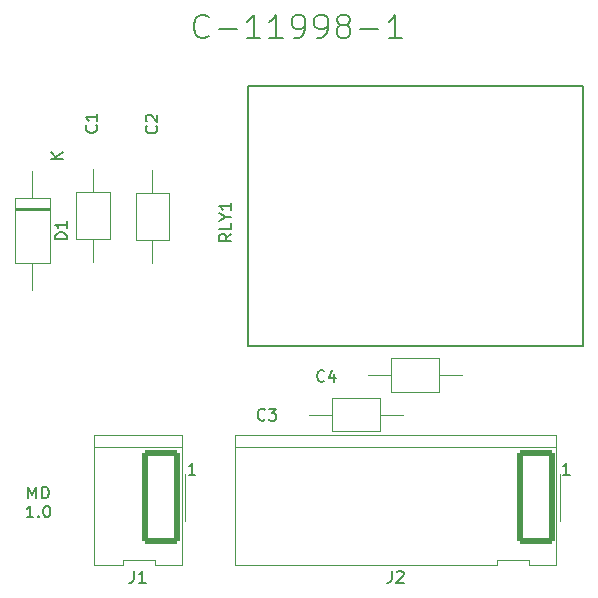
<source format=gto>
%TF.GenerationSoftware,KiCad,Pcbnew,7.0.10-7.0.10~ubuntu22.04.1*%
%TF.CreationDate,2024-01-16T19:58:32-05:00*%
%TF.ProjectId,sys11-c11998-relay,73797331-312d-4633-9131-3939382d7265,1.0*%
%TF.SameCoordinates,Original*%
%TF.FileFunction,Legend,Top*%
%TF.FilePolarity,Positive*%
%FSLAX46Y46*%
G04 Gerber Fmt 4.6, Leading zero omitted, Abs format (unit mm)*
G04 Created by KiCad (PCBNEW 7.0.10-7.0.10~ubuntu22.04.1) date 2024-01-16 19:58:32*
%MOMM*%
%LPD*%
G01*
G04 APERTURE LIST*
G04 Aperture macros list*
%AMRoundRect*
0 Rectangle with rounded corners*
0 $1 Rounding radius*
0 $2 $3 $4 $5 $6 $7 $8 $9 X,Y pos of 4 corners*
0 Add a 4 corners polygon primitive as box body*
4,1,4,$2,$3,$4,$5,$6,$7,$8,$9,$2,$3,0*
0 Add four circle primitives for the rounded corners*
1,1,$1+$1,$2,$3*
1,1,$1+$1,$4,$5*
1,1,$1+$1,$6,$7*
1,1,$1+$1,$8,$9*
0 Add four rect primitives between the rounded corners*
20,1,$1+$1,$2,$3,$4,$5,0*
20,1,$1+$1,$4,$5,$6,$7,0*
20,1,$1+$1,$6,$7,$8,$9,0*
20,1,$1+$1,$8,$9,$2,$3,0*%
G04 Aperture macros list end*
%ADD10C,0.150000*%
%ADD11C,0.120000*%
%ADD12C,0.152400*%
%ADD13C,3.200000*%
%ADD14C,1.600000*%
%ADD15O,1.600000X1.600000*%
%ADD16O,3.160000X5.000000*%
%ADD17RoundRect,0.250000X1.330000X3.750000X-1.330000X3.750000X-1.330000X-3.750000X1.330000X-3.750000X0*%
%ADD18O,3.160000X8.000000*%
%ADD19R,2.200000X2.200000*%
%ADD20O,2.200000X2.200000*%
G04 APERTURE END LIST*
D10*
X119700731Y-104331961D02*
X119605493Y-104427200D01*
X119605493Y-104427200D02*
X119319779Y-104522438D01*
X119319779Y-104522438D02*
X119129303Y-104522438D01*
X119129303Y-104522438D02*
X118843588Y-104427200D01*
X118843588Y-104427200D02*
X118653112Y-104236723D01*
X118653112Y-104236723D02*
X118557874Y-104046247D01*
X118557874Y-104046247D02*
X118462636Y-103665295D01*
X118462636Y-103665295D02*
X118462636Y-103379580D01*
X118462636Y-103379580D02*
X118557874Y-102998628D01*
X118557874Y-102998628D02*
X118653112Y-102808152D01*
X118653112Y-102808152D02*
X118843588Y-102617676D01*
X118843588Y-102617676D02*
X119129303Y-102522438D01*
X119129303Y-102522438D02*
X119319779Y-102522438D01*
X119319779Y-102522438D02*
X119605493Y-102617676D01*
X119605493Y-102617676D02*
X119700731Y-102712914D01*
X120557874Y-103760533D02*
X122081684Y-103760533D01*
X124081683Y-104522438D02*
X122938826Y-104522438D01*
X123510254Y-104522438D02*
X123510254Y-102522438D01*
X123510254Y-102522438D02*
X123319778Y-102808152D01*
X123319778Y-102808152D02*
X123129302Y-102998628D01*
X123129302Y-102998628D02*
X122938826Y-103093866D01*
X125986445Y-104522438D02*
X124843588Y-104522438D01*
X125415016Y-104522438D02*
X125415016Y-102522438D01*
X125415016Y-102522438D02*
X125224540Y-102808152D01*
X125224540Y-102808152D02*
X125034064Y-102998628D01*
X125034064Y-102998628D02*
X124843588Y-103093866D01*
X126938826Y-104522438D02*
X127319778Y-104522438D01*
X127319778Y-104522438D02*
X127510255Y-104427200D01*
X127510255Y-104427200D02*
X127605493Y-104331961D01*
X127605493Y-104331961D02*
X127795969Y-104046247D01*
X127795969Y-104046247D02*
X127891207Y-103665295D01*
X127891207Y-103665295D02*
X127891207Y-102903390D01*
X127891207Y-102903390D02*
X127795969Y-102712914D01*
X127795969Y-102712914D02*
X127700731Y-102617676D01*
X127700731Y-102617676D02*
X127510255Y-102522438D01*
X127510255Y-102522438D02*
X127129302Y-102522438D01*
X127129302Y-102522438D02*
X126938826Y-102617676D01*
X126938826Y-102617676D02*
X126843588Y-102712914D01*
X126843588Y-102712914D02*
X126748350Y-102903390D01*
X126748350Y-102903390D02*
X126748350Y-103379580D01*
X126748350Y-103379580D02*
X126843588Y-103570057D01*
X126843588Y-103570057D02*
X126938826Y-103665295D01*
X126938826Y-103665295D02*
X127129302Y-103760533D01*
X127129302Y-103760533D02*
X127510255Y-103760533D01*
X127510255Y-103760533D02*
X127700731Y-103665295D01*
X127700731Y-103665295D02*
X127795969Y-103570057D01*
X127795969Y-103570057D02*
X127891207Y-103379580D01*
X128843588Y-104522438D02*
X129224540Y-104522438D01*
X129224540Y-104522438D02*
X129415017Y-104427200D01*
X129415017Y-104427200D02*
X129510255Y-104331961D01*
X129510255Y-104331961D02*
X129700731Y-104046247D01*
X129700731Y-104046247D02*
X129795969Y-103665295D01*
X129795969Y-103665295D02*
X129795969Y-102903390D01*
X129795969Y-102903390D02*
X129700731Y-102712914D01*
X129700731Y-102712914D02*
X129605493Y-102617676D01*
X129605493Y-102617676D02*
X129415017Y-102522438D01*
X129415017Y-102522438D02*
X129034064Y-102522438D01*
X129034064Y-102522438D02*
X128843588Y-102617676D01*
X128843588Y-102617676D02*
X128748350Y-102712914D01*
X128748350Y-102712914D02*
X128653112Y-102903390D01*
X128653112Y-102903390D02*
X128653112Y-103379580D01*
X128653112Y-103379580D02*
X128748350Y-103570057D01*
X128748350Y-103570057D02*
X128843588Y-103665295D01*
X128843588Y-103665295D02*
X129034064Y-103760533D01*
X129034064Y-103760533D02*
X129415017Y-103760533D01*
X129415017Y-103760533D02*
X129605493Y-103665295D01*
X129605493Y-103665295D02*
X129700731Y-103570057D01*
X129700731Y-103570057D02*
X129795969Y-103379580D01*
X130938826Y-103379580D02*
X130748350Y-103284342D01*
X130748350Y-103284342D02*
X130653112Y-103189104D01*
X130653112Y-103189104D02*
X130557874Y-102998628D01*
X130557874Y-102998628D02*
X130557874Y-102903390D01*
X130557874Y-102903390D02*
X130653112Y-102712914D01*
X130653112Y-102712914D02*
X130748350Y-102617676D01*
X130748350Y-102617676D02*
X130938826Y-102522438D01*
X130938826Y-102522438D02*
X131319779Y-102522438D01*
X131319779Y-102522438D02*
X131510255Y-102617676D01*
X131510255Y-102617676D02*
X131605493Y-102712914D01*
X131605493Y-102712914D02*
X131700731Y-102903390D01*
X131700731Y-102903390D02*
X131700731Y-102998628D01*
X131700731Y-102998628D02*
X131605493Y-103189104D01*
X131605493Y-103189104D02*
X131510255Y-103284342D01*
X131510255Y-103284342D02*
X131319779Y-103379580D01*
X131319779Y-103379580D02*
X130938826Y-103379580D01*
X130938826Y-103379580D02*
X130748350Y-103474819D01*
X130748350Y-103474819D02*
X130653112Y-103570057D01*
X130653112Y-103570057D02*
X130557874Y-103760533D01*
X130557874Y-103760533D02*
X130557874Y-104141485D01*
X130557874Y-104141485D02*
X130653112Y-104331961D01*
X130653112Y-104331961D02*
X130748350Y-104427200D01*
X130748350Y-104427200D02*
X130938826Y-104522438D01*
X130938826Y-104522438D02*
X131319779Y-104522438D01*
X131319779Y-104522438D02*
X131510255Y-104427200D01*
X131510255Y-104427200D02*
X131605493Y-104331961D01*
X131605493Y-104331961D02*
X131700731Y-104141485D01*
X131700731Y-104141485D02*
X131700731Y-103760533D01*
X131700731Y-103760533D02*
X131605493Y-103570057D01*
X131605493Y-103570057D02*
X131510255Y-103474819D01*
X131510255Y-103474819D02*
X131319779Y-103379580D01*
X132557874Y-103760533D02*
X134081684Y-103760533D01*
X136081683Y-104522438D02*
X134938826Y-104522438D01*
X135510254Y-104522438D02*
X135510254Y-102522438D01*
X135510254Y-102522438D02*
X135319778Y-102808152D01*
X135319778Y-102808152D02*
X135129302Y-102998628D01*
X135129302Y-102998628D02*
X134938826Y-103093866D01*
X118588188Y-141456019D02*
X118016760Y-141456019D01*
X118302474Y-141456019D02*
X118302474Y-140456019D01*
X118302474Y-140456019D02*
X118207236Y-140598876D01*
X118207236Y-140598876D02*
X118111998Y-140694114D01*
X118111998Y-140694114D02*
X118016760Y-140741733D01*
X104449667Y-143471619D02*
X104449667Y-142471619D01*
X104449667Y-142471619D02*
X104783000Y-143185904D01*
X104783000Y-143185904D02*
X105116333Y-142471619D01*
X105116333Y-142471619D02*
X105116333Y-143471619D01*
X105592524Y-143471619D02*
X105592524Y-142471619D01*
X105592524Y-142471619D02*
X105830619Y-142471619D01*
X105830619Y-142471619D02*
X105973476Y-142519238D01*
X105973476Y-142519238D02*
X106068714Y-142614476D01*
X106068714Y-142614476D02*
X106116333Y-142709714D01*
X106116333Y-142709714D02*
X106163952Y-142900190D01*
X106163952Y-142900190D02*
X106163952Y-143043047D01*
X106163952Y-143043047D02*
X106116333Y-143233523D01*
X106116333Y-143233523D02*
X106068714Y-143328761D01*
X106068714Y-143328761D02*
X105973476Y-143424000D01*
X105973476Y-143424000D02*
X105830619Y-143471619D01*
X105830619Y-143471619D02*
X105592524Y-143471619D01*
X104854428Y-145081619D02*
X104283000Y-145081619D01*
X104568714Y-145081619D02*
X104568714Y-144081619D01*
X104568714Y-144081619D02*
X104473476Y-144224476D01*
X104473476Y-144224476D02*
X104378238Y-144319714D01*
X104378238Y-144319714D02*
X104283000Y-144367333D01*
X105283000Y-144986380D02*
X105330619Y-145034000D01*
X105330619Y-145034000D02*
X105283000Y-145081619D01*
X105283000Y-145081619D02*
X105235381Y-145034000D01*
X105235381Y-145034000D02*
X105283000Y-144986380D01*
X105283000Y-144986380D02*
X105283000Y-145081619D01*
X105949666Y-144081619D02*
X106044904Y-144081619D01*
X106044904Y-144081619D02*
X106140142Y-144129238D01*
X106140142Y-144129238D02*
X106187761Y-144176857D01*
X106187761Y-144176857D02*
X106235380Y-144272095D01*
X106235380Y-144272095D02*
X106282999Y-144462571D01*
X106282999Y-144462571D02*
X106282999Y-144700666D01*
X106282999Y-144700666D02*
X106235380Y-144891142D01*
X106235380Y-144891142D02*
X106187761Y-144986380D01*
X106187761Y-144986380D02*
X106140142Y-145034000D01*
X106140142Y-145034000D02*
X106044904Y-145081619D01*
X106044904Y-145081619D02*
X105949666Y-145081619D01*
X105949666Y-145081619D02*
X105854428Y-145034000D01*
X105854428Y-145034000D02*
X105806809Y-144986380D01*
X105806809Y-144986380D02*
X105759190Y-144891142D01*
X105759190Y-144891142D02*
X105711571Y-144700666D01*
X105711571Y-144700666D02*
X105711571Y-144462571D01*
X105711571Y-144462571D02*
X105759190Y-144272095D01*
X105759190Y-144272095D02*
X105806809Y-144176857D01*
X105806809Y-144176857D02*
X105854428Y-144129238D01*
X105854428Y-144129238D02*
X105949666Y-144081619D01*
X150282188Y-141456019D02*
X149710760Y-141456019D01*
X149996474Y-141456019D02*
X149996474Y-140456019D01*
X149996474Y-140456019D02*
X149901236Y-140598876D01*
X149901236Y-140598876D02*
X149805998Y-140694114D01*
X149805998Y-140694114D02*
X149710760Y-140741733D01*
X115269180Y-111926666D02*
X115316800Y-111974285D01*
X115316800Y-111974285D02*
X115364419Y-112117142D01*
X115364419Y-112117142D02*
X115364419Y-112212380D01*
X115364419Y-112212380D02*
X115316800Y-112355237D01*
X115316800Y-112355237D02*
X115221561Y-112450475D01*
X115221561Y-112450475D02*
X115126323Y-112498094D01*
X115126323Y-112498094D02*
X114935847Y-112545713D01*
X114935847Y-112545713D02*
X114792990Y-112545713D01*
X114792990Y-112545713D02*
X114602514Y-112498094D01*
X114602514Y-112498094D02*
X114507276Y-112450475D01*
X114507276Y-112450475D02*
X114412038Y-112355237D01*
X114412038Y-112355237D02*
X114364419Y-112212380D01*
X114364419Y-112212380D02*
X114364419Y-112117142D01*
X114364419Y-112117142D02*
X114412038Y-111974285D01*
X114412038Y-111974285D02*
X114459657Y-111926666D01*
X114459657Y-111545713D02*
X114412038Y-111498094D01*
X114412038Y-111498094D02*
X114364419Y-111402856D01*
X114364419Y-111402856D02*
X114364419Y-111164761D01*
X114364419Y-111164761D02*
X114412038Y-111069523D01*
X114412038Y-111069523D02*
X114459657Y-111021904D01*
X114459657Y-111021904D02*
X114554895Y-110974285D01*
X114554895Y-110974285D02*
X114650133Y-110974285D01*
X114650133Y-110974285D02*
X114792990Y-111021904D01*
X114792990Y-111021904D02*
X115364419Y-111593332D01*
X115364419Y-111593332D02*
X115364419Y-110974285D01*
X121612819Y-121065800D02*
X121136628Y-121399133D01*
X121612819Y-121637228D02*
X120612819Y-121637228D01*
X120612819Y-121637228D02*
X120612819Y-121256276D01*
X120612819Y-121256276D02*
X120660438Y-121161038D01*
X120660438Y-121161038D02*
X120708057Y-121113419D01*
X120708057Y-121113419D02*
X120803295Y-121065800D01*
X120803295Y-121065800D02*
X120946152Y-121065800D01*
X120946152Y-121065800D02*
X121041390Y-121113419D01*
X121041390Y-121113419D02*
X121089009Y-121161038D01*
X121089009Y-121161038D02*
X121136628Y-121256276D01*
X121136628Y-121256276D02*
X121136628Y-121637228D01*
X121612819Y-120161038D02*
X121612819Y-120637228D01*
X121612819Y-120637228D02*
X120612819Y-120637228D01*
X121136628Y-119637228D02*
X121612819Y-119637228D01*
X120612819Y-119970561D02*
X121136628Y-119637228D01*
X121136628Y-119637228D02*
X120612819Y-119303895D01*
X121612819Y-118446752D02*
X121612819Y-119018180D01*
X121612819Y-118732466D02*
X120612819Y-118732466D01*
X120612819Y-118732466D02*
X120755676Y-118827704D01*
X120755676Y-118827704D02*
X120850914Y-118922942D01*
X120850914Y-118922942D02*
X120898533Y-119018180D01*
X113382466Y-149616019D02*
X113382466Y-150330304D01*
X113382466Y-150330304D02*
X113334847Y-150473161D01*
X113334847Y-150473161D02*
X113239609Y-150568400D01*
X113239609Y-150568400D02*
X113096752Y-150616019D01*
X113096752Y-150616019D02*
X113001514Y-150616019D01*
X114382466Y-150616019D02*
X113811038Y-150616019D01*
X114096752Y-150616019D02*
X114096752Y-149616019D01*
X114096752Y-149616019D02*
X114001514Y-149758876D01*
X114001514Y-149758876D02*
X113906276Y-149854114D01*
X113906276Y-149854114D02*
X113811038Y-149901733D01*
X107699819Y-121515094D02*
X106699819Y-121515094D01*
X106699819Y-121515094D02*
X106699819Y-121276999D01*
X106699819Y-121276999D02*
X106747438Y-121134142D01*
X106747438Y-121134142D02*
X106842676Y-121038904D01*
X106842676Y-121038904D02*
X106937914Y-120991285D01*
X106937914Y-120991285D02*
X107128390Y-120943666D01*
X107128390Y-120943666D02*
X107271247Y-120943666D01*
X107271247Y-120943666D02*
X107461723Y-120991285D01*
X107461723Y-120991285D02*
X107556961Y-121038904D01*
X107556961Y-121038904D02*
X107652200Y-121134142D01*
X107652200Y-121134142D02*
X107699819Y-121276999D01*
X107699819Y-121276999D02*
X107699819Y-121515094D01*
X107699819Y-119991285D02*
X107699819Y-120562713D01*
X107699819Y-120276999D02*
X106699819Y-120276999D01*
X106699819Y-120276999D02*
X106842676Y-120372237D01*
X106842676Y-120372237D02*
X106937914Y-120467475D01*
X106937914Y-120467475D02*
X106985533Y-120562713D01*
X107329819Y-114688904D02*
X106329819Y-114688904D01*
X107329819Y-114117476D02*
X106758390Y-114546047D01*
X106329819Y-114117476D02*
X106901247Y-114688904D01*
X135205866Y-149612419D02*
X135205866Y-150326704D01*
X135205866Y-150326704D02*
X135158247Y-150469561D01*
X135158247Y-150469561D02*
X135063009Y-150564800D01*
X135063009Y-150564800D02*
X134920152Y-150612419D01*
X134920152Y-150612419D02*
X134824914Y-150612419D01*
X135634438Y-149707657D02*
X135682057Y-149660038D01*
X135682057Y-149660038D02*
X135777295Y-149612419D01*
X135777295Y-149612419D02*
X136015390Y-149612419D01*
X136015390Y-149612419D02*
X136110628Y-149660038D01*
X136110628Y-149660038D02*
X136158247Y-149707657D01*
X136158247Y-149707657D02*
X136205866Y-149802895D01*
X136205866Y-149802895D02*
X136205866Y-149898133D01*
X136205866Y-149898133D02*
X136158247Y-150040990D01*
X136158247Y-150040990D02*
X135586819Y-150612419D01*
X135586819Y-150612419D02*
X136205866Y-150612419D01*
X110189180Y-111875866D02*
X110236800Y-111923485D01*
X110236800Y-111923485D02*
X110284419Y-112066342D01*
X110284419Y-112066342D02*
X110284419Y-112161580D01*
X110284419Y-112161580D02*
X110236800Y-112304437D01*
X110236800Y-112304437D02*
X110141561Y-112399675D01*
X110141561Y-112399675D02*
X110046323Y-112447294D01*
X110046323Y-112447294D02*
X109855847Y-112494913D01*
X109855847Y-112494913D02*
X109712990Y-112494913D01*
X109712990Y-112494913D02*
X109522514Y-112447294D01*
X109522514Y-112447294D02*
X109427276Y-112399675D01*
X109427276Y-112399675D02*
X109332038Y-112304437D01*
X109332038Y-112304437D02*
X109284419Y-112161580D01*
X109284419Y-112161580D02*
X109284419Y-112066342D01*
X109284419Y-112066342D02*
X109332038Y-111923485D01*
X109332038Y-111923485D02*
X109379657Y-111875866D01*
X110284419Y-110923485D02*
X110284419Y-111494913D01*
X110284419Y-111209199D02*
X109284419Y-111209199D01*
X109284419Y-111209199D02*
X109427276Y-111304437D01*
X109427276Y-111304437D02*
X109522514Y-111399675D01*
X109522514Y-111399675D02*
X109570133Y-111494913D01*
X129500333Y-133506380D02*
X129452714Y-133554000D01*
X129452714Y-133554000D02*
X129309857Y-133601619D01*
X129309857Y-133601619D02*
X129214619Y-133601619D01*
X129214619Y-133601619D02*
X129071762Y-133554000D01*
X129071762Y-133554000D02*
X128976524Y-133458761D01*
X128976524Y-133458761D02*
X128928905Y-133363523D01*
X128928905Y-133363523D02*
X128881286Y-133173047D01*
X128881286Y-133173047D02*
X128881286Y-133030190D01*
X128881286Y-133030190D02*
X128928905Y-132839714D01*
X128928905Y-132839714D02*
X128976524Y-132744476D01*
X128976524Y-132744476D02*
X129071762Y-132649238D01*
X129071762Y-132649238D02*
X129214619Y-132601619D01*
X129214619Y-132601619D02*
X129309857Y-132601619D01*
X129309857Y-132601619D02*
X129452714Y-132649238D01*
X129452714Y-132649238D02*
X129500333Y-132696857D01*
X130357476Y-132934952D02*
X130357476Y-133601619D01*
X130119381Y-132554000D02*
X129881286Y-133268285D01*
X129881286Y-133268285D02*
X130500333Y-133268285D01*
X124471133Y-136782980D02*
X124423514Y-136830600D01*
X124423514Y-136830600D02*
X124280657Y-136878219D01*
X124280657Y-136878219D02*
X124185419Y-136878219D01*
X124185419Y-136878219D02*
X124042562Y-136830600D01*
X124042562Y-136830600D02*
X123947324Y-136735361D01*
X123947324Y-136735361D02*
X123899705Y-136640123D01*
X123899705Y-136640123D02*
X123852086Y-136449647D01*
X123852086Y-136449647D02*
X123852086Y-136306790D01*
X123852086Y-136306790D02*
X123899705Y-136116314D01*
X123899705Y-136116314D02*
X123947324Y-136021076D01*
X123947324Y-136021076D02*
X124042562Y-135925838D01*
X124042562Y-135925838D02*
X124185419Y-135878219D01*
X124185419Y-135878219D02*
X124280657Y-135878219D01*
X124280657Y-135878219D02*
X124423514Y-135925838D01*
X124423514Y-135925838D02*
X124471133Y-135973457D01*
X124804467Y-135878219D02*
X125423514Y-135878219D01*
X125423514Y-135878219D02*
X125090181Y-136259171D01*
X125090181Y-136259171D02*
X125233038Y-136259171D01*
X125233038Y-136259171D02*
X125328276Y-136306790D01*
X125328276Y-136306790D02*
X125375895Y-136354409D01*
X125375895Y-136354409D02*
X125423514Y-136449647D01*
X125423514Y-136449647D02*
X125423514Y-136687742D01*
X125423514Y-136687742D02*
X125375895Y-136782980D01*
X125375895Y-136782980D02*
X125328276Y-136830600D01*
X125328276Y-136830600D02*
X125233038Y-136878219D01*
X125233038Y-136878219D02*
X124947324Y-136878219D01*
X124947324Y-136878219D02*
X124852086Y-136830600D01*
X124852086Y-136830600D02*
X124804467Y-136782980D01*
D11*
%TO.C,C2*%
X114935000Y-123547000D02*
X114935000Y-121607000D01*
X113515000Y-121607000D02*
X116355000Y-121607000D01*
X116355000Y-121607000D02*
X116355000Y-117567000D01*
X113515000Y-117567000D02*
X113515000Y-121607000D01*
X116355000Y-117567000D02*
X113515000Y-117567000D01*
X114935000Y-115627000D02*
X114935000Y-117567000D01*
D12*
%TO.C,RLY1*%
X122999500Y-130530600D02*
X151422100Y-130530600D01*
X151422100Y-130530600D02*
X151422100Y-108585000D01*
X122999500Y-108585000D02*
X122999500Y-130530600D01*
X151422100Y-108585000D02*
X122999500Y-108585000D01*
D11*
%TO.C,J1*%
X117695800Y-145361200D02*
X117695800Y-141361200D01*
X117405800Y-149071200D02*
X115125800Y-149071200D01*
X117405800Y-139101200D02*
X117405800Y-149071200D01*
X117405800Y-139101200D02*
X110025800Y-139101200D01*
X117405800Y-138101200D02*
X117405800Y-139101200D01*
X115125800Y-149071200D02*
X115125800Y-148671200D01*
X115125800Y-148671200D02*
X112425800Y-148671200D01*
X112425800Y-149071200D02*
X110025800Y-149071200D01*
X112425800Y-148671200D02*
X112425800Y-149071200D01*
X110025800Y-149071200D02*
X110025800Y-138101200D01*
X110025800Y-138101200D02*
X117405800Y-138101200D01*
%TO.C,D1*%
X104775000Y-115767000D02*
X104775000Y-118057000D01*
X106245000Y-118057000D02*
X103305000Y-118057000D01*
X103305000Y-118057000D02*
X103305000Y-123497000D01*
X106245000Y-118837000D02*
X103305000Y-118837000D01*
X106245000Y-118957000D02*
X103305000Y-118957000D01*
X106245000Y-119077000D02*
X103305000Y-119077000D01*
X106245000Y-123497000D02*
X106245000Y-118057000D01*
X103305000Y-123497000D02*
X106245000Y-123497000D01*
X104775000Y-125787000D02*
X104775000Y-123497000D01*
%TO.C,J2*%
X149419200Y-145357600D02*
X149419200Y-141357600D01*
X149129200Y-149067600D02*
X146849200Y-149067600D01*
X149129200Y-139097600D02*
X149129200Y-149067600D01*
X149129200Y-139097600D02*
X121949200Y-139097600D01*
X149129200Y-138097600D02*
X149129200Y-139097600D01*
X146849200Y-149067600D02*
X146849200Y-148667600D01*
X146849200Y-148667600D02*
X144149200Y-148667600D01*
X144149200Y-149067600D02*
X121949200Y-149067600D01*
X144149200Y-148667600D02*
X144149200Y-149067600D01*
X121949200Y-149067600D02*
X121949200Y-138097600D01*
X121949200Y-138097600D02*
X149129200Y-138097600D01*
%TO.C,C1*%
X109935000Y-123467000D02*
X109935000Y-121527000D01*
X108515000Y-121527000D02*
X111355000Y-121527000D01*
X111355000Y-121527000D02*
X111355000Y-117487000D01*
X108515000Y-117487000D02*
X108515000Y-121527000D01*
X111355000Y-117487000D02*
X108515000Y-117487000D01*
X109935000Y-115547000D02*
X109935000Y-117487000D01*
%TO.C,C4*%
X133203800Y-133019800D02*
X135143800Y-133019800D01*
X135143800Y-131599800D02*
X135143800Y-134439800D01*
X135143800Y-134439800D02*
X139183800Y-134439800D01*
X139183800Y-131599800D02*
X135143800Y-131599800D01*
X139183800Y-134439800D02*
X139183800Y-131599800D01*
X141123800Y-133019800D02*
X139183800Y-133019800D01*
%TO.C,C3*%
X128200000Y-136372600D02*
X130140000Y-136372600D01*
X130140000Y-134952600D02*
X130140000Y-137792600D01*
X130140000Y-137792600D02*
X134180000Y-137792600D01*
X134180000Y-134952600D02*
X130140000Y-134952600D01*
X134180000Y-137792600D02*
X134180000Y-134952600D01*
X136120000Y-136372600D02*
X134180000Y-136372600D01*
%TD*%
%LPC*%
D13*
%TO.C,H1*%
X149640000Y-104196000D03*
%TD*%
D14*
%TO.C,C2*%
X114935000Y-124587000D03*
D15*
X114935000Y-114587000D03*
%TD*%
D13*
%TO.C,H3*%
X149640000Y-135926000D03*
%TD*%
%TO.C,H2*%
X105240000Y-104196000D03*
%TD*%
D16*
%TO.C,RLY1*%
X128295400Y-124561600D03*
X128295400Y-114554000D03*
X132994400Y-124561600D03*
X132994400Y-114554000D03*
X138887200Y-124561600D03*
X138887200Y-114554000D03*
X146126200Y-126657100D03*
X146126200Y-112458500D03*
%TD*%
D17*
%TO.C,J1*%
X115695800Y-143361200D03*
D18*
X111735800Y-143361200D03*
%TD*%
D13*
%TO.C,H4*%
X105240000Y-135926000D03*
%TD*%
D19*
%TO.C,D1*%
X104775000Y-114427000D03*
D20*
X104775000Y-127127000D03*
%TD*%
D17*
%TO.C,J2*%
X147419200Y-143357600D03*
D18*
X143459200Y-143357600D03*
X139499200Y-143357600D03*
X135539200Y-143357600D03*
X131579200Y-143357600D03*
X127619200Y-143357600D03*
X123659200Y-143357600D03*
%TD*%
D14*
%TO.C,C1*%
X109935000Y-124507000D03*
D15*
X109935000Y-114507000D03*
%TD*%
D14*
%TO.C,C4*%
X132163800Y-133019800D03*
D15*
X142163800Y-133019800D03*
%TD*%
D14*
%TO.C,C3*%
X127160000Y-136372600D03*
D15*
X137160000Y-136372600D03*
%TD*%
%LPD*%
M02*

</source>
